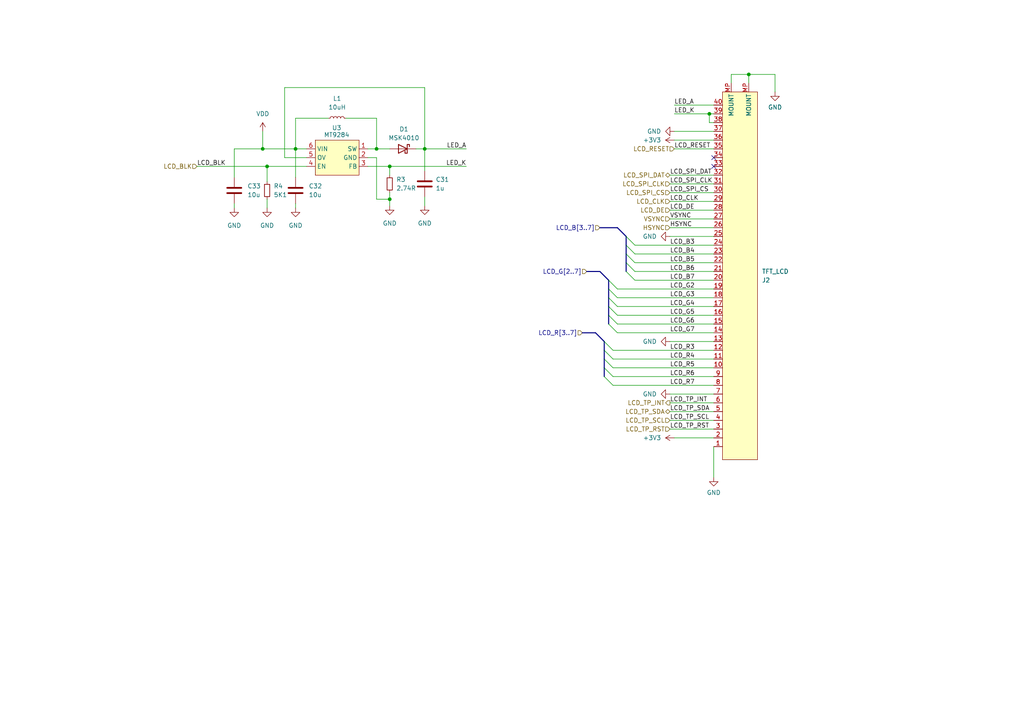
<source format=kicad_sch>
(kicad_sch (version 20231120) (generator "eeschema") (generator_version "8.0")
  (paper "A4")
  (lib_symbols
    (symbol "Device:C" (pin_numbers hide) (pin_names (offset 0.254))
      (property "Reference" "C" (at 0.635 2.54 0))
      (property "Value" "C" (at 0.635 -2.54 0))
      (symbol "C_0_1"
        (polyline (pts (xy -2.032 -0.762) (xy 2.032 -0.762)) (stroke (width 0.508)))
        (polyline (pts (xy -2.032 0.762) (xy 2.032 0.762)) (stroke (width 0.508)))
      )
      (symbol "C_1_1"
        (pin passive line (at 0 3.81 270) (length 2.794) (name "~") (number "1"))
        (pin passive line (at 0 -3.81 90) (length 2.794) (name "~") (number "2"))
      )
    )
    (symbol "Device:D_Schottky" (pin_numbers hide) (pin_names (offset 1.016) hide)
      (property "Reference" "D" (at 0 2.54 0))
      (property "Value" "D_Schottky" (at 0 -2.54 0))
      (symbol "D_Schottky_0_1"
        (polyline (pts (xy 1.27 0) (xy -1.27 0)))
        (polyline (pts (xy 1.27 1.27) (xy 1.27 -1.27) (xy -1.27 0) (xy 1.27 1.27)) (stroke (width 0.254)))
        (polyline (pts (xy -1.905 0.635) (xy -1.905 1.27) (xy -1.27 1.27) (xy -1.27 -1.27) (xy -0.635 -1.27) (xy -0.635 -0.635)) (stroke (width 0.254)))
      )
      (symbol "D_Schottky_1_1"
        (pin passive line (at -3.81 0 0) (length 2.54) (name "K") (number "1"))
        (pin passive line (at 3.81 0 180) (length 2.54) (name "A") (number "2"))
      )
    )
    (symbol "Device:L_Small" (pin_numbers hide) (pin_names (offset 0.254) hide)
      (property "Reference" "L" (at 0.762 1.016 0))
      (property "Value" "L_Small" (at 0.762 -1.016 0))
      (symbol "L_Small_0_1"
        (arc (start 0 -2.032) (mid 0.5058 -1.524) (end 0 -1.016))
        (arc (start 0 -1.016) (mid 0.5058 -0.508) (end 0 0))
        (arc (start 0 0) (mid 0.5058 0.508) (end 0 1.016))
        (arc (start 0 1.016) (mid 0.5058 1.524) (end 0 2.032))
      )
      (symbol "L_Small_1_1"
        (pin passive line (at 0 2.54 270) (length 0.508) (name "~") (number "1"))
        (pin passive line (at 0 -2.54 90) (length 0.508) (name "~") (number "2"))
      )
    )
    (symbol "Device:R_Small" (pin_numbers hide) (pin_names (offset 0.254) hide)
      (property "Reference" "R" (at 0.762 0.508 0))
      (property "Value" "R_Small" (at 0.762 -1.016 0))
      (symbol "R_Small_0_1"
        (rectangle (start -0.762 1.778) (end 0.762 -1.778) (stroke (width 0.2032)))
      )
      (symbol "R_Small_1_1"
        (pin passive line (at 0 2.54 270) (length 0.762) (name "~") (number "1"))
        (pin passive line (at 0 -2.54 90) (length 0.762) (name "~") (number "2"))
      )
    )
    (symbol "FPC_40P_double_contact:FPC-40P"
      (property "Reference" "J" (at 5.08 1.27 0))
      (symbol "FPC-40P_1_1"
        (rectangle (start 0 0) (end 10.16 -106.68) (fill (type background)))
        (pin input line (at -2.54 -3.81 0) (length 2.54) (name "") (number "1"))
        (pin input line (at -2.54 -26.67 0) (length 2.54) (name "") (number "10"))
        (pin input line (at -2.54 -29.21 0) (length 2.54) (name "") (number "11"))
        (pin input line (at -2.54 -31.75 0) (length 2.54) (name "") (number "12"))
        (pin input line (at -2.54 -34.29 0) (length 2.54) (name "") (number "13"))
        (pin input line (at -2.54 -36.83 0) (length 2.54) (name "") (number "14"))
        (pin input line (at -2.54 -39.37 0) (length 2.54) (name "") (number "15"))
        (pin input line (at -2.54 -41.91 0) (length 2.54) (name "") (number "16"))
        (pin input line (at -2.54 -44.45 0) (length 2.54) (name "") (number "17"))
        (pin input line (at -2.54 -46.99 0) (length 2.54) (name "") (number "18"))
        (pin input line (at -2.54 -49.53 0) (length 2.54) (name "") (number "19"))
        (pin input line (at -2.54 -6.35 0) (length 2.54) (name "") (number "2"))
        (pin input line (at -2.54 -52.07 0) (length 2.54) (name "") (number "20"))
        (pin input line (at -2.54 -54.61 0) (length 2.54) (name "") (number "21"))
        (pin input line (at -2.54 -57.15 0) (length 2.54) (name "") (number "22"))
        (pin input line (at -2.54 -59.69 0) (length 2.54) (name "") (number "23"))
        (pin input line (at -2.54 -62.23 0) (length 2.54) (name "") (number "24"))
        (pin input line (at -2.54 -64.77 0) (length 2.54) (name "") (number "25"))
        (pin input line (at -2.54 -67.31 0) (length 2.54) (name "") (number "26"))
        (pin input line (at -2.54 -69.85 0) (length 2.54) (name "") (number "27"))
        (pin input line (at -2.54 -72.39 0) (length 2.54) (name "") (number "28"))
        (pin input line (at -2.54 -74.93 0) (length 2.54) (name "") (number "29"))
        (pin input line (at -2.54 -8.89 0) (length 2.54) (name "") (number "3"))
        (pin input line (at -2.54 -77.47 0) (length 2.54) (name "") (number "30"))
        (pin input line (at -2.54 -80.01 0) (length 2.54) (name "") (number "31"))
        (pin input line (at -2.54 -82.55 0) (length 2.54) (name "") (number "32"))
        (pin input line (at -2.54 -85.09 0) (length 2.54) (name "") (number "33"))
        (pin input line (at -2.54 -87.63 0) (length 2.54) (name "") (number "34"))
        (pin input line (at -2.54 -90.17 0) (length 2.54) (name "") (number "35"))
        (pin input line (at -2.54 -92.71 0) (length 2.54) (name "") (number "36"))
        (pin input line (at -2.54 -95.25 0) (length 2.54) (name "") (number "37"))
        (pin input line (at -2.54 -97.79 0) (length 2.54) (name "") (number "38"))
        (pin input line (at -2.54 -100.33 0) (length 2.54) (name "") (number "39"))
        (pin input line (at -2.54 -11.43 0) (length 2.54) (name "") (number "4"))
        (pin input line (at -2.54 -102.87 0) (length 2.54) (name "") (number "40"))
        (pin input line (at -2.54 -13.97 0) (length 2.54) (name "") (number "5"))
        (pin input line (at -2.54 -16.51 0) (length 2.54) (name "") (number "6"))
        (pin input line (at -2.54 -19.05 0) (length 2.54) (name "") (number "7"))
        (pin input line (at -2.54 -21.59 0) (length 2.54) (name "") (number "8"))
        (pin input line (at -2.54 -24.13 0) (length 2.54) (name "") (number "9"))
        (pin input line (at 2.54 -109.22 90) (length 2.54) (name "MOUNT") (number "MP"))
        (pin input line (at 7.62 -109.22 90) (length 2.54) (name "MOUNT") (number "MP"))
      )
    )
    (symbol "MT9284:MT9284"
      (property "Reference" "U" (at 6.35 2.54 0))
      (symbol "MT9284_1_1"
        (rectangle (start 0 0) (end 12.7 -10.16) (fill (type background)))
        (pin input line (at -2.54 -2.54 0) (length 2.54) (name "SW") (number "1"))
        (pin input line (at -2.54 -5.08 0) (length 2.54) (name "GND") (number "2"))
        (pin input line (at -2.54 -7.62 0) (length 2.54) (name "FB") (number "3"))
        (pin input line (at 15.24 -7.62 180) (length 2.54) (name "EN") (number "4"))
        (pin input line (at 15.24 -5.08 180) (length 2.54) (name "OV") (number "5"))
        (pin input line (at 15.24 -2.54 180) (length 2.54) (name "VIN") (number "6"))
      )
    )
    (symbol "power:+3V3" (power) (pin_names (offset 0))
      (property "Value" "+3V3" (at 0 3.556 0))
      (symbol "+3V3_0_1"
        (polyline (pts (xy -0.762 1.27) (xy 0 2.54)))
        (polyline (pts (xy 0 0) (xy 0 2.54)))
        (polyline (pts (xy 0 2.54) (xy 0.762 1.27)))
      )
      (symbol "+3V3_1_1"
        (pin power_in line (at 0 0 90) (length 0) hide (name "+3V3") (number "1"))
      )
    )
    (symbol "power:GND" (power) (pin_names (offset 0))
      (property "Value" "GND" (at 0 -3.81 0))
      (symbol "GND_0_1"
        (polyline (pts (xy 0 0) (xy 0 -1.27) (xy 1.27 -1.27) (xy 0 -2.54) (xy -1.27 -1.27) (xy 0 -1.27)))
      )
      (symbol "GND_1_1"
        (pin power_in line (at 0 0 270) (length 0) hide (name "GND") (number "1"))
      )
    )
    (symbol "power:VDD" (power) (pin_names (offset 0))
      (property "Value" "VDD" (at 0 3.81 0))
      (symbol "VDD_0_1"
        (polyline (pts (xy -0.762 1.27) (xy 0 2.54)))
        (polyline (pts (xy 0 0) (xy 0 2.54)))
        (polyline (pts (xy 0 2.54) (xy 0.762 1.27)))
      )
      (symbol "VDD_1_1"
        (pin power_in line (at 0 0 90) (length 0) hide (name "VDD") (number "1"))
      )
    )
  )
  (junction (at 217.17 21.59))
  (junction (at 85.725 43.18))
  (junction (at 109.22 43.18))
  (junction (at 113.03 57.785))
  (junction (at 76.2 43.18))
  (junction (at 113.03 48.26))
  (junction (at 77.47 48.26))
  (junction (at 205.74 33.02))
  (junction (at 123.19 43.18))
  (no_connect (at 207.01 48.26))
  (no_connect (at 207.01 45.72))
  (bus_entry (at 181.61 76.2) (size 2.54 2.54))
  (bus_entry (at 175.26 104.14) (size 2.54 2.54))
  (bus_entry (at 176.53 83.82) (size 2.54 2.54))
  (bus_entry (at 175.26 106.68) (size 2.54 2.54))
  (bus_entry (at 176.53 91.44) (size 2.54 2.54))
  (bus_entry (at 181.61 68.58) (size 2.54 2.54))
  (bus_entry (at 176.53 88.9) (size 2.54 2.54))
  (bus_entry (at 176.53 93.98) (size 2.54 2.54))
  (bus_entry (at 175.26 109.22) (size 2.54 2.54))
  (bus_entry (at 176.53 86.36) (size 2.54 2.54))
  (bus_entry (at 181.61 73.66) (size 2.54 2.54))
  (bus_entry (at 175.26 99.06) (size 2.54 2.54))
  (bus_entry (at 181.61 78.74) (size 2.54 2.54))
  (bus_entry (at 175.26 101.6) (size 2.54 2.54))
  (bus_entry (at 181.61 71.12) (size 2.54 2.54))
  (bus_entry (at 176.53 81.28) (size 2.54 2.54))
  (wire (pts (xy 207.01 53.34) (xy 194.31 53.34)))
  (bus (pts (xy 176.53 81.28) (xy 176.53 83.82)))
  (wire (pts (xy 113.03 55.88) (xy 113.03 57.785)))
  (wire (pts (xy 177.8 109.22) (xy 207.01 109.22)))
  (wire (pts (xy 123.19 25.4) (xy 123.19 43.18)))
  (wire (pts (xy 195.58 38.1) (xy 207.01 38.1)))
  (bus (pts (xy 170.18 78.74) (xy 173.99 78.74)))
  (wire (pts (xy 207.01 50.8) (xy 194.31 50.8)))
  (wire (pts (xy 77.47 48.26) (xy 77.47 52.705)))
  (bus (pts (xy 181.61 68.58) (xy 179.07 66.04)))
  (wire (pts (xy 205.74 35.56) (xy 205.74 33.02)))
  (wire (pts (xy 207.01 55.88) (xy 194.31 55.88)))
  (wire (pts (xy 184.15 71.12) (xy 207.01 71.12)))
  (wire (pts (xy 82.55 25.4) (xy 123.19 25.4)))
  (wire (pts (xy 195.58 33.02) (xy 205.74 33.02)))
  (bus (pts (xy 181.61 68.58) (xy 181.61 71.12)))
  (wire (pts (xy 194.31 60.96) (xy 207.01 60.96)))
  (wire (pts (xy 57.15 48.26) (xy 77.47 48.26)))
  (bus (pts (xy 175.26 106.68) (xy 175.26 109.22)))
  (wire (pts (xy 109.22 43.18) (xy 106.68 43.18)))
  (wire (pts (xy 184.15 73.66) (xy 207.01 73.66)))
  (bus (pts (xy 176.53 91.44) (xy 176.53 93.98)))
  (bus (pts (xy 176.53 83.82) (xy 176.53 86.36)))
  (wire (pts (xy 76.2 43.18) (xy 85.725 43.18)))
  (wire (pts (xy 88.9 45.72) (xy 82.55 45.72)))
  (wire (pts (xy 207.01 129.54) (xy 207.01 138.43)))
  (wire (pts (xy 85.725 43.18) (xy 88.9 43.18)))
  (bus (pts (xy 175.26 101.6) (xy 175.26 104.14)))
  (wire (pts (xy 113.03 48.26) (xy 135.255 48.26)))
  (wire (pts (xy 179.07 93.98) (xy 207.01 93.98)))
  (bus (pts (xy 168.91 96.52) (xy 172.72 96.52)))
  (wire (pts (xy 207.01 35.56) (xy 205.74 35.56)))
  (wire (pts (xy 194.31 116.84) (xy 207.01 116.84)))
  (wire (pts (xy 88.9 48.26) (xy 77.47 48.26)))
  (wire (pts (xy 184.15 76.2) (xy 207.01 76.2)))
  (wire (pts (xy 135.255 43.18) (xy 123.19 43.18)))
  (wire (pts (xy 217.17 21.59) (xy 217.17 24.13)))
  (wire (pts (xy 123.19 43.18) (xy 120.65 43.18)))
  (wire (pts (xy 224.79 26.67) (xy 224.79 21.59)))
  (wire (pts (xy 106.68 45.72) (xy 109.22 45.72)))
  (wire (pts (xy 212.09 21.59) (xy 212.09 24.13)))
  (wire (pts (xy 184.15 81.28) (xy 207.01 81.28)))
  (wire (pts (xy 85.725 43.18) (xy 85.725 34.29)))
  (wire (pts (xy 194.31 66.04) (xy 207.01 66.04)))
  (wire (pts (xy 85.725 34.29) (xy 95.25 34.29)))
  (wire (pts (xy 77.47 60.325) (xy 77.47 57.785)))
  (wire (pts (xy 179.07 96.52) (xy 207.01 96.52)))
  (bus (pts (xy 181.61 71.12) (xy 181.61 73.66)))
  (wire (pts (xy 109.22 57.785) (xy 113.03 57.785)))
  (wire (pts (xy 109.22 45.72) (xy 109.22 57.785)))
  (wire (pts (xy 217.17 21.59) (xy 212.09 21.59)))
  (wire (pts (xy 179.07 88.9) (xy 207.01 88.9)))
  (wire (pts (xy 67.945 60.325) (xy 67.945 59.055)))
  (wire (pts (xy 194.31 68.58) (xy 207.01 68.58)))
  (wire (pts (xy 194.31 114.3) (xy 207.01 114.3)))
  (bus (pts (xy 175.26 104.14) (xy 175.26 106.68)))
  (wire (pts (xy 67.945 51.435) (xy 67.945 43.18)))
  (bus (pts (xy 176.53 88.9) (xy 176.53 91.44)))
  (bus (pts (xy 175.26 99.06) (xy 172.72 96.52)))
  (wire (pts (xy 177.8 106.68) (xy 207.01 106.68)))
  (wire (pts (xy 179.07 91.44) (xy 207.01 91.44)))
  (wire (pts (xy 123.19 43.18) (xy 123.19 49.53)))
  (wire (pts (xy 177.8 101.6) (xy 207.01 101.6)))
  (wire (pts (xy 194.31 121.92) (xy 207.01 121.92)))
  (wire (pts (xy 207.01 124.46) (xy 194.31 124.46)))
  (wire (pts (xy 109.22 43.18) (xy 113.03 43.18)))
  (wire (pts (xy 224.79 21.59) (xy 217.17 21.59)))
  (wire (pts (xy 100.33 34.29) (xy 109.22 34.29)))
  (wire (pts (xy 113.03 57.785) (xy 113.03 59.69)))
  (wire (pts (xy 194.31 63.5) (xy 207.01 63.5)))
  (wire (pts (xy 82.55 45.72) (xy 82.55 25.4)))
  (wire (pts (xy 195.58 30.48) (xy 207.01 30.48)))
  (bus (pts (xy 181.61 73.66) (xy 181.61 76.2)))
  (wire (pts (xy 194.31 119.38) (xy 207.01 119.38)))
  (wire (pts (xy 205.74 33.02) (xy 207.01 33.02)))
  (bus (pts (xy 176.53 81.28) (xy 173.99 78.74)))
  (bus (pts (xy 181.61 76.2) (xy 181.61 78.74)))
  (wire (pts (xy 207.01 43.18) (xy 195.58 43.18)))
  (wire (pts (xy 194.31 58.42) (xy 207.01 58.42)))
  (bus (pts (xy 175.26 99.06) (xy 175.26 101.6)))
  (wire (pts (xy 179.07 83.82) (xy 207.01 83.82)))
  (wire (pts (xy 195.58 127) (xy 207.01 127)))
  (wire (pts (xy 177.8 111.76) (xy 207.01 111.76)))
  (wire (pts (xy 123.19 59.69) (xy 123.19 57.15)))
  (wire (pts (xy 106.68 48.26) (xy 113.03 48.26)))
  (wire (pts (xy 179.07 86.36) (xy 207.01 86.36)))
  (wire (pts (xy 67.945 43.18) (xy 76.2 43.18)))
  (bus (pts (xy 176.53 86.36) (xy 176.53 88.9)))
  (wire (pts (xy 113.03 48.26) (xy 113.03 50.8)))
  (wire (pts (xy 85.725 60.325) (xy 85.725 59.055)))
  (wire (pts (xy 177.8 104.14) (xy 207.01 104.14)))
  (wire (pts (xy 184.15 78.74) (xy 207.01 78.74)))
  (bus (pts (xy 173.99 66.04) (xy 179.07 66.04)))
  (wire (pts (xy 195.58 40.64) (xy 207.01 40.64)))
  (wire (pts (xy 85.725 43.18) (xy 85.725 51.435)))
  (wire (pts (xy 109.22 34.29) (xy 109.22 43.18)))
  (wire (pts (xy 76.2 38.1) (xy 76.2 43.18)))
  (wire (pts (xy 194.31 99.06) (xy 207.01 99.06)))
  (label "LCD_B5" (at 194.31 76.2 0))
  (label "LCD_TP_INT" (at 194.31 116.84 0))
  (label "LCD_SPI_CS" (at 194.31 55.88 0))
  (label "LCD_G7" (at 194.31 96.52 0))
  (label "LCD_BLK" (at 57.15 48.26 0))
  (label "LCD_G5" (at 194.31 91.44 0))
  (label "LCD_B3" (at 194.31 71.12 0))
  (label "LED_A" (at 195.58 30.48 0))
  (label "LCD_B6" (at 194.31 78.74 0))
  (label "LED_K" (at 195.58 33.02 0))
  (label "VSYNC" (at 194.31 63.5 0))
  (label "HSYNC" (at 194.31 66.04 0))
  (label "LCD_DE" (at 194.31 60.96 0))
  (label "LCD_G6" (at 194.31 93.98 0))
  (label "LCD_TP_SDA" (at 194.31 119.38 0))
  (label "LCD_G4" (at 194.31 88.9 0))
  (label "LCD_G3" (at 194.31 86.36 0))
  (label "LCD_G2" (at 194.31 83.82 0))
  (label "LCD_CLK" (at 194.31 58.42 0))
  (label "LCD_TP_SCL" (at 194.31 121.92 0))
  (label "LCD_SPI_DAT" (at 194.31 50.8 0))
  (label "LCD_RESET" (at 195.58 43.18 0))
  (label "LCD_TP_RST" (at 194.31 124.46 0))
  (label "LCD_B7" (at 194.31 81.28 0))
  (label "LCD_R3" (at 194.31 101.6 0))
  (label "LED_K" (at 135.255 48.26 180))
  (label "LCD_R7" (at 194.31 111.76 0))
  (label "LED_A" (at 135.255 43.18 180))
  (label "LCD_B4" (at 194.31 73.66 0))
  (label "LCD_R5" (at 194.31 106.68 0))
  (label "LCD_SPI_CLK" (at 194.31 53.34 0))
  (label "LCD_R6" (at 194.31 109.22 0))
  (label "LCD_R4" (at 194.31 104.14 0))
  (hierarchical_label "LCD_CLK" (shape input) (at 194.31 58.42 180))
  (hierarchical_label "LCD_TP_SDA" (shape bidirectional) (at 194.31 119.38 180))
  (hierarchical_label "LCD_TP_INT" (shape output) (at 194.31 116.84 180))
  (hierarchical_label "LCD_DE" (shape input) (at 194.31 60.96 180))
  (hierarchical_label "LCD_SPI_CS" (shape input) (at 194.31 55.88 180))
  (hierarchical_label "LCD_TP_RST" (shape input) (at 194.31 124.46 180))
  (hierarchical_label "LCD_R[3..7]" (shape input) (at 168.91 96.52 180))
  (hierarchical_label "LCD_SPI_CLK" (shape input) (at 194.31 53.34 180))
  (hierarchical_label "LCD_G[2..7]" (shape input) (at 170.18 78.74 180))
  (hierarchical_label "LCD_TP_SCL" (shape input) (at 194.31 121.92 180))
  (hierarchical_label "LCD_SPI_DAT" (shape bidirectional) (at 194.31 50.8 180))
  (hierarchical_label "LCD_RESET" (shape input) (at 195.58 43.18 180))
  (hierarchical_label "HSYNC" (shape input) (at 194.31 66.04 180))
  (hierarchical_label "LCD_B[3..7]" (shape input) (at 173.99 66.04 180))
  (hierarchical_label "LCD_BLK" (shape input) (at 57.15 48.26 180))
  (hierarchical_label "VSYNC" (shape input) (at 194.31 63.5 180))
  (symbol (lib_id "power:VDD") (at 76.2 38.1 0) (unit 1)
    (property "Reference" "#PWR020" (effects (hide yes)))
    (property "Value" "VDD" (at 76.2 33.02 0))
    (property "Description" "Power symbol creates a global label with name \"VDD\"" (effects (hide yes)))
  )
  (symbol (lib_id "power:GND") (at 224.79 26.67 0) (unit 1)
    (property "Reference" "#PWR019" (effects (hide yes)))
    (property "Value" "GND" (at 224.79 31.115 0))
  )
  (symbol (lib_id "power:GND") (at 85.725 60.325 0) (unit 1)
    (property "Reference" "#PWR029" (effects (hide yes)))
    (property "Value" "GND" (at 85.725 65.405 0))
  )
  (symbol (lib_id "power:GND") (at 113.03 59.69 0) (unit 1)
    (property "Reference" "#PWR030" (effects (hide yes)))
    (property "Value" "GND" (at 113.03 64.77 0))
  )
  (symbol (lib_id "Device:R_Small") (at 77.47 55.245 0) (unit 1)
    (property "Reference" "R4" (at 79.375 53.975 0) (effects (justify left)))
    (property "Value" "5K1" (at 79.375 56.515 0) (effects (justify left)))
    (property "Footprint" "Resistor_SMD:R_0402_1005Metric" (effects (hide yes)))
    (property "JLCPCB Part #" "C25905" (effects (hide yes)))
  )
  (symbol (lib_id "power:GND") (at 207.01 138.43 0) (unit 1)
    (property "Reference" "#PWR021" (effects (hide yes)))
    (property "Value" "GND" (at 207.01 142.875 0))
  )
  (symbol (lib_id "power:+3V3") (at 195.58 127 90) (unit 1)
    (property "Reference" "#PWR073" (effects (hide yes)))
    (property "Value" "+3V3" (at 191.77 126.9999 90) (effects (justify left)))
    (property "Description" "Power symbol creates a global label with name \"+3V3\"" (effects (hide yes)))
  )
  (symbol (lib_id "power:GND") (at 194.31 68.58 270) (unit 1)
    (property "Reference" "#PWR071" (effects (hide yes)))
    (property "Value" "GND" (at 190.5 68.5799 90) (effects (justify right)))
    (property "Description" "Power symbol creates a global label with name \"GND\" , ground" (effects (hide yes)))
  )
  (symbol (lib_id "power:GND") (at 194.31 114.3 270) (unit 1)
    (property "Reference" "#PWR072" (effects (hide yes)))
    (property "Value" "GND" (at 190.5 114.2999 90) (effects (justify right)))
    (property "Description" "Power symbol creates a global label with name \"GND\" , ground" (effects (hide yes)))
  )
  (symbol (lib_id "Device:L_Small") (at 97.79 34.29 90) (unit 1)
    (property "Reference" "L1" (at 97.79 28.575 90))
    (property "Value" "10uH" (at 97.79 31.115 90))
    (property "Footprint" "Inductor_SMD:L_1210_3225Metric" (effects (hide yes)))
  )
  (symbol (lib_id "Device:C") (at 67.945 55.245 0) (unit 1)
    (property "Reference" "C33" (at 71.755 53.975 0) (effects (justify left)))
    (property "Value" "10u" (at 71.755 56.515 0) (effects (justify left)))
    (property "Footprint" "Capacitor_SMD:C_0603_1608Metric" (effects (hide yes)))
  )
  (symbol (lib_id "Device:R_Small") (at 113.03 53.34 0) (unit 1)
    (property "Reference" "R3" (at 114.935 52.07 0) (effects (justify left)))
    (property "Value" "2.74R" (at 114.935 54.61 0) (effects (justify left)))
    (property "Footprint" "Resistor_SMD:R_0402_1005Metric" (effects (hide yes)))
    (property "JLCPCB Part #" "C166483" (effects (hide yes)))
  )
  (symbol (lib_id "power:GND") (at 194.31 99.06 270) (unit 1)
    (property "Reference" "#PWR018" (effects (hide yes)))
    (property "Value" "GND" (at 190.5 99.0599 90) (effects (justify right)))
    (property "Description" "Power symbol creates a global label with name \"GND\" , ground" (effects (hide yes)))
  )
  (symbol (lib_id "Device:C") (at 85.725 55.245 0) (unit 1)
    (property "Reference" "C32" (at 89.535 53.975 0) (effects (justify left)))
    (property "Value" "10u" (at 89.535 56.515 0) (effects (justify left)))
    (property "Footprint" "Capacitor_SMD:C_0603_1608Metric" (effects (hide yes)))
  )
  (symbol (lib_id "Device:C") (at 123.19 53.34 0) (unit 1)
    (property "Reference" "C31" (at 126.365 52.07 0) (effects (justify left)))
    (property "Value" "1u" (at 126.365 54.61 0) (effects (justify left)))
    (property "Footprint" "Capacitor_SMD:C_0603_1608Metric" (effects (hide yes)))
  )
  (symbol (lib_id "power:GND") (at 123.19 59.69 0) (unit 1)
    (property "Reference" "#PWR028" (effects (hide yes)))
    (property "Value" "GND" (at 123.19 64.77 0))
  )
  (symbol (lib_id "power:GND") (at 77.47 60.325 0) (unit 1)
    (property "Reference" "#PWR031" (effects (hide yes)))
    (property "Value" "GND" (at 77.47 65.405 0))
  )
  (symbol (lib_id "Device:D_Schottky") (at 116.84 43.18 0) (mirror y) (unit 1)
    (property "Reference" "D1" (at 117.1575 37.465 0))
    (property "Value" "MSK4010" (at 117.1575 40.005 0))
    (property "Footprint" "Diode_SMD:D_SOD-523" (effects (hide yes)))
    (property "JLCPCB Part #" "C345958" (effects (hide yes)))
  )
  (symbol (lib_id "FPC_40P_double_contact:FPC-40P") (at 209.55 133.35 0) (mirror x) (unit 1)
    (property "Reference" "J2" (at 220.98 81.28 0) (effects (justify left)))
    (property "Value" "TFT_LCD" (at 220.98 78.74 0) (effects (justify left)))
    (property "Footprint" "FPC-40P-Omron-XF2M-4015-1Apretty:Omron-XF2M-4015-1A-R100-0-0-0" (effects (hide yes)))
    (property "JLCPCB Part #" "C225713" (effects (hide yes)))
  )
  (symbol (lib_id "MT9284:MT9284") (at 104.14 40.64 0) (mirror y) (unit 1)
    (property "Reference" "U3" (at 97.663 37.084 0))
    (property "Value" "MT9284" (at 97.663 39.116 0))
    (property "Footprint" "Package_TO_SOT_SMD:SOT-23-6" (effects (hide yes)))
    (property "JLCPCB Part #" "C181780" (effects (hide yes)))
  )
  (symbol (lib_id "power:GND") (at 195.58 38.1 270) (unit 1)
    (property "Reference" "#PWR069" (effects (hide yes)))
    (property "Value" "GND" (at 191.77 38.0999 90) (effects (justify right)))
    (property "Description" "Power symbol creates a global label with name \"GND\" , ground" (effects (hide yes)))
  )
  (symbol (lib_id "power:GND") (at 67.945 60.325 0) (unit 1)
    (property "Reference" "#PWR032" (effects (hide yes)))
    (property "Value" "GND" (at 67.945 65.405 0))
  )
  (symbol (lib_id "power:+3V3") (at 195.58 40.64 90) (unit 1)
    (property "Reference" "#PWR070" (effects (hide yes)))
    (property "Value" "+3V3" (at 191.77 40.6399 90) (effects (justify left)))
    (property "Description" "Power symbol creates a global label with name \"+3V3\"" (effects (hide yes)))
  )
)
</source>
